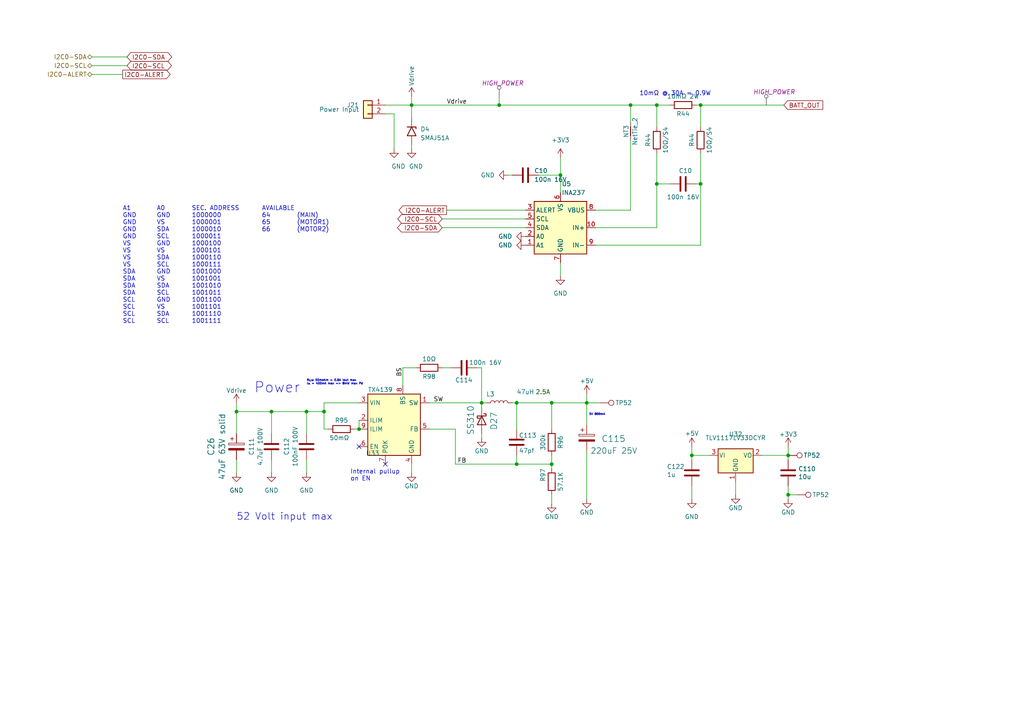
<source format=kicad_sch>
(kicad_sch (version 20230121) (generator eeschema)
  (paper "A4")
  (title_block (title "pNav32 Proto Board") (date "2023-11-21") (rev "1.0") (company "Mauro Soligo"))
  (lib_symbols
    (symbol "Connector:TestPoint" (pin_numbers hide) (pin_names (offset 0.762) hide)
      (property "Reference" "TP" (at 0 6.858 0))
      (property "Value" "TestPoint" (at 0 5.08 0))
      (symbol "TestPoint_0_1"
        (circle (center 0 3.302) (radius 0.762))
      )
      (symbol "TestPoint_1_1"
        (pin passive line (at 0 0 90) (length 2.54) (name "1") (number "1"))
      )
    )
    (symbol "Connector_Generic:Conn_01x02" (pin_names (offset 1.016) hide)
      (property "Reference" "J" (at 0 2.54 0))
      (property "Value" "Conn_01x02" (at 0 -5.08 0))
      (symbol "Conn_01x02_1_1"
        (rectangle (start -1.27 -2.413) (end 0 -2.667) (stroke (width 0.1524)))
        (rectangle (start -1.27 0.127) (end 0 -0.127) (stroke (width 0.1524)))
        (rectangle (start -1.27 1.27) (end 1.27 -3.81) (stroke (width 0.254)) (fill (type background)))
        (pin passive line (at -5.08 0 0) (length 3.81) (name "Pin_1") (number "1"))
        (pin passive line (at -5.08 -2.54 0) (length 3.81) (name "Pin_2") (number "2"))
      )
    )
    (symbol "Device:C" (pin_numbers hide) (pin_names (offset 0.254))
      (property "Reference" "C" (at 0.635 2.54 0))
      (property "Value" "C" (at 0.635 -2.54 0))
      (symbol "C_0_1"
        (polyline (pts (xy -2.032 -0.762) (xy 2.032 -0.762)) (stroke (width 0.508)))
        (polyline (pts (xy -2.032 0.762) (xy 2.032 0.762)) (stroke (width 0.508)))
      )
      (symbol "C_1_1"
        (pin passive line (at 0 3.81 270) (length 2.794) (name "~") (number "1"))
        (pin passive line (at 0 -3.81 90) (length 2.794) (name "~") (number "2"))
      )
    )
    (symbol "Device:C_Polarized" (pin_numbers hide) (pin_names (offset 0.254))
      (property "Reference" "C" (at 0.635 2.54 0))
      (property "Value" "C_Polarized" (at 0.635 -2.54 0))
      (symbol "C_Polarized_0_1"
        (rectangle (start -2.286 0.508) (end 2.286 1.016))
        (polyline (pts (xy -1.778 2.286) (xy -0.762 2.286)))
        (polyline (pts (xy -1.27 2.794) (xy -1.27 1.778)))
        (rectangle (start 2.286 -0.508) (end -2.286 -1.016) (fill (type outline)))
      )
      (symbol "C_Polarized_1_1"
        (pin passive line (at 0 3.81 270) (length 2.794) (name "~") (number "1"))
        (pin passive line (at 0 -3.81 90) (length 2.794) (name "~") (number "2"))
      )
    )
    (symbol "Device:L" (pin_numbers hide) (pin_names (offset 1.016) hide)
      (property "Reference" "L" (at -1.27 0 90))
      (property "Value" "L" (at 1.905 0 90))
      (symbol "L_0_1"
        (arc (start 0 -2.54) (mid 0.6323 -1.905) (end 0 -1.27))
        (arc (start 0 -1.27) (mid 0.6323 -0.635) (end 0 0))
        (arc (start 0 0) (mid 0.6323 0.635) (end 0 1.27))
        (arc (start 0 1.27) (mid 0.6323 1.905) (end 0 2.54))
      )
      (symbol "L_1_1"
        (pin passive line (at 0 3.81 270) (length 1.27) (name "1") (number "1"))
        (pin passive line (at 0 -3.81 90) (length 1.27) (name "2") (number "2"))
      )
    )
    (symbol "Device:NetTie_2" (pin_numbers hide) (pin_names (offset 0) hide) (in_bom no)
      (property "Reference" "NT" (at 0 1.27 0))
      (property "Value" "NetTie_2" (at 0 -1.27 0))
      (symbol "NetTie_2_0_1"
        (polyline (pts (xy -1.27 0) (xy 1.27 0)) (stroke (width 0.254)))
      )
      (symbol "NetTie_2_1_1"
        (pin passive line (at -2.54 0 0) (length 2.54) (name "1") (number "1"))
        (pin passive line (at 2.54 0 180) (length 2.54) (name "2") (number "2"))
      )
    )
    (symbol "Device:R" (pin_numbers hide) (pin_names (offset 0))
      (property "Reference" "R" (at 2.032 0 90))
      (property "Value" "R" (at 0 0 90))
      (symbol "R_0_1"
        (rectangle (start -1.016 -2.54) (end 1.016 2.54) (stroke (width 0.254)))
      )
      (symbol "R_1_1"
        (pin passive line (at 0 3.81 270) (length 1.27) (name "~") (number "1"))
        (pin passive line (at 0 -3.81 90) (length 1.27) (name "~") (number "2"))
      )
    )
    (symbol "Diode:MBR340" (pin_numbers hide) (pin_names (offset 1.016) hide)
      (property "Reference" "D" (at 0 2.54 0))
      (property "Value" "MBR340" (at 0 -2.54 0))
      (symbol "MBR340_0_1"
        (polyline (pts (xy 1.27 0) (xy -1.27 0)))
        (polyline (pts (xy 1.27 1.27) (xy 1.27 -1.27) (xy -1.27 0) (xy 1.27 1.27)) (stroke (width 0.254)))
        (polyline (pts (xy -1.905 0.635) (xy -1.905 1.27) (xy -1.27 1.27) (xy -1.27 -1.27) (xy -0.635 -1.27) (xy -0.635 -0.635)) (stroke (width 0.254)))
      )
      (symbol "MBR340_1_1"
        (pin passive line (at -3.81 0 0) (length 2.54) (name "K") (number "1"))
        (pin passive line (at 3.81 0 180) (length 2.54) (name "A") (number "2"))
      )
    )
    (symbol "Diode:SMF54A" (pin_numbers hide) (pin_names (offset 1.016) hide)
      (property "Reference" "D" (at 0 2.54 0))
      (property "Value" "SMF54A" (at 0 -2.54 0))
      (symbol "SMF54A_0_1"
        (polyline (pts (xy -0.762 1.27) (xy -1.27 1.27) (xy -1.27 -1.27)) (stroke (width 0.254)))
        (polyline (pts (xy 1.27 1.27) (xy 1.27 -1.27) (xy -1.27 0) (xy 1.27 1.27)) (stroke (width 0.254)))
      )
      (symbol "SMF54A_1_1"
        (pin passive line (at -3.81 0 0) (length 2.54) (name "A1") (number "1"))
        (pin passive line (at 3.81 0 180) (length 2.54) (name "A2") (number "2"))
      )
    )
    (symbol "PCM_4ms_Power-symbol:GND" (power) (pin_names (offset 0))
      (property "Value" "GND" (at 0 -3.81 0))
      (symbol "GND_0_1"
        (polyline (pts (xy 0 0) (xy 0 -1.27) (xy 1.27 -1.27) (xy 0 -2.54) (xy -1.27 -1.27) (xy 0 -1.27)))
      )
      (symbol "GND_1_1"
        (pin power_in line (at 0 0 270) (length 0) hide (name "GND") (number "1"))
      )
    )
    (symbol "katodo_kicad:INA237"
      (property "Reference" "U" (at -6.35 8.89 0))
      (property "Value" "INA237" (at 2.54 8.89 0))
      (symbol "INA237_0_1"
        (rectangle (start -7.62 7.62) (end 7.62 -7.62) (stroke (width 0.254)) (fill (type background)))
      )
      (symbol "INA237_1_1"
        (pin input line (at 10.16 -5.08 180) (length 2.54) (name "A1") (number "1"))
        (pin passive line (at -10.16 0 0) (length 2.54) (name "IN+") (number "10"))
        (pin input line (at 10.16 -2.54 180) (length 2.54) (name "A0") (number "2"))
        (pin open_collector line (at 10.16 5.08 180) (length 2.54) (name "ALERT") (number "3"))
        (pin bidirectional line (at 10.16 0 180) (length 2.54) (name "SDA") (number "4"))
        (pin input line (at 10.16 2.54 180) (length 2.54) (name "SCL") (number "5"))
        (pin passive line (at 0 10.16 270) (length 2.54) (name "VS") (number "6"))
        (pin passive line (at 0 -10.16 90) (length 2.54) (name "GND") (number "7"))
        (pin passive line (at -10.16 5.08 0) (length 2.54) (name "VBUS") (number "8"))
        (pin passive line (at -10.16 -5.08 0) (length 2.54) (name "IN-") (number "9"))
      )
    )
    (symbol "katodo_kicad:NCP1117-3.3_SOT223" (pin_names (offset 0.254))
      (property "Reference" "U8" (at 0 6.1468 0))
      (property "Value" "TLV1117LV33DCYR" (at 0 2.54 0))
      (symbol "NCP1117-3.3_SOT223_0_1"
        (rectangle (start -5.08 -5.08) (end 5.08 1.905) (stroke (width 0.254)) (fill (type background)))
      )
      (symbol "NCP1117-3.3_SOT223_1_1"
        (pin passive line (at 0 -7.62 90) (length 2.54) (name "GND") (number "1"))
        (pin passive line (at 7.62 0 180) (length 2.54) (name "VO") (number "2"))
        (pin passive line (at -7.62 0 0) (length 2.54) (name "VI") (number "3"))
      )
    )
    (symbol "katodo_kicad:TX4139"
      (property "Reference" "U10" (at -8.2041 -6.985 0))
      (property "Value" "TX4139" (at -7.62 11.43 0))
      (symbol "TX4139_0_1"
        (rectangle (start -7.62 10.16) (end 7.62 -7.62) (stroke (width 0.254)) (fill (type background)))
      )
      (symbol "TX4139_1_1"
        (pin power_out line (at 10.16 7.62 180) (length 2.54) (name "SW") (number "1"))
        (pin input line (at -10.16 2.54 0) (length 2.54) (name "ILIM") (number "2"))
        (pin passive line (at -10.16 7.62 0) (length 2.54) (name "VIN") (number "3"))
        (pin passive line (at 5.08 -10.16 90) (length 2.54) (name "GND") (number "4"))
        (pin input line (at 10.16 0 180) (length 2.54) (name "FB") (number "5"))
        (pin passive line (at -10.16 -5.08 0) (length 2.54) (name "EN") (number "6"))
        (pin output line (at -2.54 -10.16 90) (length 2.54) (name "POK") (number "7"))
        (pin passive line (at 2.54 12.7 270) (length 2.54) (name "BS") (number "8"))
        (pin input line (at -10.16 0 0) (length 2.54) (name "ILIM") (number "9"))
      )
    )
    (symbol "power:+3V3" (power) (pin_names (offset 0))
      (property "Value" "+3V3" (at 0 3.556 0))
      (symbol "+3V3_0_1"
        (polyline (pts (xy -0.762 1.27) (xy 0 2.54)))
        (polyline (pts (xy 0 0) (xy 0 2.54)))
        (polyline (pts (xy 0 2.54) (xy 0.762 1.27)))
      )
      (symbol "+3V3_1_1"
        (pin power_in line (at 0 0 90) (length 0) hide (name "+3V3") (number "1"))
      )
    )
    (symbol "power:+5V" (power) (pin_names (offset 0))
      (property "Value" "+5V" (at 0 3.556 0))
      (symbol "+5V_0_1"
        (polyline (pts (xy -0.762 1.27) (xy 0 2.54)))
        (polyline (pts (xy 0 0) (xy 0 2.54)))
        (polyline (pts (xy 0 2.54) (xy 0.762 1.27)))
      )
      (symbol "+5V_1_1"
        (pin power_in line (at 0 0 90) (length 0) hide (name "+5V") (number "1"))
      )
    )
    (symbol "power:GND" (power) (pin_names (offset 0))
      (property "Value" "GND" (at 0 -3.81 0))
      (symbol "GND_0_1"
        (polyline (pts (xy 0 0) (xy 0 -1.27) (xy 1.27 -1.27) (xy 0 -2.54) (xy -1.27 -1.27) (xy 0 -1.27)))
      )
      (symbol "GND_1_1"
        (pin power_in line (at 0 0 270) (length 0) hide (name "GND") (number "1"))
      )
    )
    (symbol "power:Vdrive" (power) (pin_names (offset 0))
      (property "Value" "Vdrive" (at 0 3.81 0))
      (symbol "Vdrive_0_1"
        (polyline (pts (xy -0.762 1.27) (xy 0 2.54)))
        (polyline (pts (xy 0 0) (xy 0 2.54)))
        (polyline (pts (xy 0 2.54) (xy 0.762 1.27)))
      )
      (symbol "Vdrive_1_1"
        (pin power_in line (at 0 0 90) (length 0) hide (name "Vdrive") (number "1"))
      )
    )
  )
  (junction (at 119.38 30.48))
  (junction (at 149.86 134.62))
  (junction (at 139.7 116.84))
  (junction (at 88.9 119.38))
  (junction (at 104.14 124.46))
  (junction (at 160.02 134.62))
  (junction (at 162.56 50.8))
  (junction (at 78.74 119.38))
  (junction (at 228.6 132.08))
  (junction (at 203.2 30.48))
  (junction (at 68.58 119.38))
  (junction (at 190.5 30.48))
  (junction (at 170.18 116.84))
  (junction (at 203.2 53.34))
  (junction (at 149.86 116.84))
  (junction (at 190.5 53.34))
  (junction (at 144.78 30.48))
  (junction (at 93.98 119.38))
  (junction (at 182.88 30.48))
  (junction (at 160.02 116.84))
  (junction (at 228.6 143.51))
  (junction (at 200.66 132.08))
  (no_connect (at 111.76 134.62))
  (no_connect (at 104.14 129.54))
  (wire (pts (xy 228.6 143.51) (xy 228.6 140.97)))
  (wire (pts (xy 203.2 71.12) (xy 172.72 71.12)))
  (wire (pts (xy 140.97 116.84) (xy 139.7 116.84)))
  (wire (pts (xy 78.74 119.38) (xy 88.9 119.38)))
  (wire (pts (xy 149.86 132.08) (xy 149.86 134.62)))
  (wire (pts (xy 200.66 133.35) (xy 200.66 132.08)))
  (wire (pts (xy 160.02 116.84) (xy 160.02 124.46)))
  (wire (pts (xy 203.2 30.48) (xy 203.2 36.83)))
  (wire (pts (xy 93.98 116.84) (xy 93.98 119.38)))
  (wire (pts (xy 119.38 30.48) (xy 144.78 30.48)))
  (wire (pts (xy 182.88 40.64) (xy 182.88 60.96)))
  (wire (pts (xy 182.88 60.96) (xy 172.72 60.96)))
  (wire (pts (xy 190.5 30.48) (xy 190.5 36.83)))
  (wire (pts (xy 129.54 60.96) (xy 152.4 60.96)))
  (wire (pts (xy 132.08 134.62) (xy 132.08 124.46)))
  (wire (pts (xy 114.3 33.02) (xy 114.3 43.18)))
  (wire (pts (xy 124.46 116.84) (xy 139.7 116.84)))
  (wire (pts (xy 203.2 53.34) (xy 201.93 53.34)))
  (wire (pts (xy 144.78 27.94) (xy 144.78 30.48)))
  (wire (pts (xy 190.5 53.34) (xy 194.31 53.34)))
  (wire (pts (xy 114.3 33.02) (xy 111.76 33.02)))
  (wire (pts (xy 119.38 134.62) (xy 119.38 137.16)))
  (wire (pts (xy 144.78 30.48) (xy 182.88 30.48)))
  (wire (pts (xy 162.56 80.01) (xy 162.56 76.2)))
  (wire (pts (xy 170.18 114.3) (xy 170.18 116.84)))
  (wire (pts (xy 156.21 50.8) (xy 162.56 50.8)))
  (wire (pts (xy 95.25 124.46) (xy 93.98 124.46)))
  (wire (pts (xy 93.98 116.84) (xy 104.14 116.84)))
  (wire (pts (xy 190.5 53.34) (xy 190.5 66.04)))
  (wire (pts (xy 119.38 30.48) (xy 119.38 34.29)))
  (wire (pts (xy 228.6 143.51) (xy 228.6 144.78)))
  (wire (pts (xy 88.9 119.38) (xy 88.9 125.73)))
  (wire (pts (xy 190.5 44.45) (xy 190.5 53.34)))
  (wire (pts (xy 203.2 53.34) (xy 203.2 71.12)))
  (wire (pts (xy 78.74 133.35) (xy 78.74 137.16)))
  (wire (pts (xy 162.56 50.8) (xy 162.56 55.88)))
  (wire (pts (xy 26.67 16.51) (xy 36.83 16.51)))
  (wire (pts (xy 201.93 30.48) (xy 203.2 30.48)))
  (wire (pts (xy 88.9 119.38) (xy 93.98 119.38)))
  (wire (pts (xy 203.2 30.48) (xy 227.33 30.48)))
  (wire (pts (xy 132.08 124.46) (xy 124.46 124.46)))
  (wire (pts (xy 200.66 132.08) (xy 200.66 129.54)))
  (wire (pts (xy 119.38 27.94) (xy 119.38 30.48)))
  (wire (pts (xy 182.88 30.48) (xy 190.5 30.48)))
  (wire (pts (xy 128.27 66.04) (xy 152.4 66.04)))
  (wire (pts (xy 170.18 116.84) (xy 170.18 123.19)))
  (wire (pts (xy 170.18 116.84) (xy 173.99 116.84)))
  (wire (pts (xy 203.2 44.45) (xy 203.2 53.34)))
  (wire (pts (xy 78.74 119.38) (xy 78.74 125.73)))
  (wire (pts (xy 160.02 132.08) (xy 160.02 134.62)))
  (wire (pts (xy 228.6 133.35) (xy 228.6 132.08)))
  (wire (pts (xy 139.7 127) (xy 139.7 125.73)))
  (wire (pts (xy 149.86 116.84) (xy 160.02 116.84)))
  (wire (pts (xy 116.84 106.68) (xy 120.65 106.68)))
  (wire (pts (xy 111.76 30.48) (xy 119.38 30.48)))
  (wire (pts (xy 68.58 137.16) (xy 68.58 133.35)))
  (wire (pts (xy 162.56 45.72) (xy 162.56 50.8)))
  (wire (pts (xy 119.38 43.18) (xy 119.38 41.91)))
  (wire (pts (xy 147.32 50.8) (xy 148.59 50.8)))
  (wire (pts (xy 149.86 116.84) (xy 149.86 124.46)))
  (wire (pts (xy 88.9 137.16) (xy 88.9 133.35)))
  (wire (pts (xy 68.58 119.38) (xy 68.58 125.73)))
  (wire (pts (xy 149.86 134.62) (xy 160.02 134.62)))
  (wire (pts (xy 220.98 132.08) (xy 228.6 132.08)))
  (wire (pts (xy 228.6 132.08) (xy 228.6 129.54)))
  (wire (pts (xy 160.02 143.51) (xy 160.02 146.05)))
  (wire (pts (xy 231.14 143.51) (xy 228.6 143.51)))
  (wire (pts (xy 182.88 30.48) (xy 182.88 35.56)))
  (wire (pts (xy 160.02 134.62) (xy 160.02 135.89)))
  (wire (pts (xy 128.27 106.68) (xy 130.81 106.68)))
  (wire (pts (xy 104.14 121.92) (xy 104.14 124.46)))
  (wire (pts (xy 170.18 130.81) (xy 170.18 144.78)))
  (wire (pts (xy 132.08 134.62) (xy 149.86 134.62)))
  (wire (pts (xy 200.66 132.08) (xy 205.74 132.08)))
  (wire (pts (xy 148.59 116.84) (xy 149.86 116.84)))
  (wire (pts (xy 26.67 21.59) (xy 35.56 21.59)))
  (wire (pts (xy 93.98 119.38) (xy 93.98 124.46)))
  (wire (pts (xy 128.27 63.5) (xy 152.4 63.5)))
  (wire (pts (xy 26.67 19.05) (xy 36.83 19.05)))
  (wire (pts (xy 194.31 30.48) (xy 190.5 30.48)))
  (wire (pts (xy 104.14 124.46) (xy 102.87 124.46)))
  (wire (pts (xy 139.7 116.84) (xy 139.7 118.11)))
  (wire (pts (xy 200.66 140.97) (xy 200.66 144.78)))
  (wire (pts (xy 139.7 106.68) (xy 138.43 106.68)))
  (wire (pts (xy 68.58 119.38) (xy 78.74 119.38)))
  (wire (pts (xy 213.36 139.7) (xy 213.36 143.51)))
  (wire (pts (xy 139.7 106.68) (xy 139.7 116.84)))
  (wire (pts (xy 68.58 116.84) (xy 68.58 119.38)))
  (wire (pts (xy 190.5 66.04) (xy 172.72 66.04)))
  (wire (pts (xy 116.84 106.68) (xy 116.84 111.76)))
  (wire (pts (xy 160.02 116.84) (xy 170.18 116.84)))
  (text "10mΩ @ 30A = 0.9W" (at 185.42 27.94 0) (effects (font (size 1.27 1.27)) (justify left bottom)))
  (text "Power" (at 73.66 114.3 0) (effects (font (size 3 3)) (justify left bottom)))
  (text "Internal pullup\non EN" (at 101.6 139.7 0) (effects (font (size 1.27 1.27)) (justify left bottom)))
  (text "5V 800mA" (at 170.815 120.65 0) (effects (font (size 0.6 0.6)) (justify left bottom)))
  (text "R_{ILIM} 50mohm = 0.8A Iout max\nI_{In} = 400mA max => 8mW max Pd" (at 88.9 111.76 0) (effects (font (size 0.6 0.6)) (justify left bottom)))
  (text "52 Volt input max" (at 68.58 151.13 0) (effects (font (size 2 2)) (justify left bottom)))
  (text "A1		A0		SEC. ADDRESS	AVAILABLE\nGND		GND		1000000			64		(MAIN)\nGND		VS		1000001			65		(MOTOR1)\nGND		SDA		1000010			66		(MOTOR2)	\nGND		SCL		1000011\nVS		GND		1000100\nVS		VS		1000101\nVS		SDA		1000110\nVS		SCL		1000111\nSDA		GND		1001000\nSDA		VS		1001001	\nSDA		SDA		1001010\nSDA		SCL		1001011\nSCL		GND		1001100\nSCL		VS		1001101\nSCL		SDA		1001110\nSCL		SCL		1001111" (at 35.56 93.98 0) (effects (font (size 1.27 1.27)) (justify left bottom)))
  (label "FB" (at 132.715 134.62 0))
  (label "SW" (at 125.73 116.84 0))
  (label "Vdrive" (at 129.54 30.48 0))
  (label "BS" (at 116.84 109.22 90))
  (global_label "I2C0-ALERT" (shape output) (at 129.54 60.96 180) (property "Intersheetrefs" "${INTERSHEET_REFS}" (effects hide)))
  (global_label "I2C0-SDA" (shape bidirectional) (at 36.83 16.51 0) (property "Intersheetrefs" "${INTERSHEET_REFS}" (effects hide)))
  (global_label "I2C0-SDA" (shape bidirectional) (at 128.27 66.04 180) (property "Intersheetrefs" "${INTERSHEET_REFS}" (effects hide)))
  (global_label "I2C0-SCL" (shape bidirectional) (at 128.27 63.5 180) (property "Intersheetrefs" "${INTERSHEET_REFS}" (effects hide)))
  (global_label "I2C0-SCL" (shape bidirectional) (at 36.83 19.05 0) (property "Intersheetrefs" "${INTERSHEET_REFS}" (effects hide)))
  (global_label "I2C0-ALERT" (shape output) (at 35.56 21.59 0) (property "Intersheetrefs" "${INTERSHEET_REFS}" (effects hide)))
  (global_label "BATT_OUT" (shape input) (at 227.33 30.48 0) (property "Intersheetrefs" "${INTERSHEET_REFS}" (effects hide)))
  (hierarchical_label "I2C0-ALERT" (shape bidirectional) (at 26.67 21.59 180))
  (hierarchical_label "I2C0-SCL" (shape bidirectional) (at 26.67 19.05 180))
  (hierarchical_label "I2C0-SDA" (shape bidirectional) (at 26.67 16.51 180))
  (netclass_flag "" (length 2.54) (shape round) (at 144.78 27.94 0) (property "Netclass" "HIGH_POWER" (at 139.7 24.13 0) (effects (font italic) (justify left))))
  (netclass_flag "" (length 2.54) (shape round) (at 222.25 30.48 0) (property "Netclass" "HIGH_POWER" (at 218.44 26.67 0) (effects (font italic) (justify left))))
  (symbol (lib_id "power:GND") (at 170.18 144.78 0) (unit 1)
    (property "Reference" "#PWR0224" (effects hide))
    (property "Value" "GND" (at 170.18 148.59 0))
    (instances (project "RP2040_motor" (path "" (reference "#PWR0224") (unit 1))) (project "power_and_cpu" (path "" (reference "#PWR050") (unit 1))) (project "RobotMotorController" (path "" (reference "#PWR0295") (unit 1)) (path "" (reference "#PWR0133") (unit 1))))
  )
  (symbol (lib_id "Device:C") (at 134.62 106.68 270) (unit 1)
    (property "Reference" "C114" (at 131.9784 110.236 90) (effects (justify left)))
    (property "Value" "100n 16V" (at 136.017 105.156 90) (effects (justify left)))
    (property "Footprint" "Capacitor_SMD:C_0402_1005Metric" (effects hide))
    (property "LCSC" "C60474" (effects hide))
    (property "Description" "16V 100nF X7R ±10% 0402 Multilayer Ceramic Capacitors MLCC - SMD/SMT ROHS" (effects hide))
    (property "MFR" "CC0402KRX7R7BB104" (effects hide))
    (instances (project "RP2040_motor" (path "" (reference "C114") (unit 1))) (project "power_and_cpu" (path "" (reference "C56") (unit 1))) (project "RobotMotorController" (path "" (reference "C78") (unit 1)) (path "" (reference "C33") (unit 1))))
  )
  (symbol (lib_id "Connector:TestPoint") (at 228.6 132.08 270) (unit 1)
    (property "Reference" "TP52" (at 233.045 132.08 90) (effects (justify left)))
    (property "Value" "TestPoint" (effects hide))
    (property "Footprint" "TestPoint:TestPoint_Pad_D2.0mm" (effects hide))
    (instances (project "RP2040_motor" (path "" (reference "TP52") (unit 1))) (project "power_and_cpu" (path "" (reference "TP52") (unit 1))) (project "RobotMotorController" (path "" (reference "TP58") (unit 1)) (path "" (reference "TP4") (unit 1))))
  )
  (symbol (lib_id "Device:C") (at 152.4 50.8 270) (unit 1)
    (property "Reference" "C10" (at 154.94 49.53 90) (effects (justify left)))
    (property "Value" "100n 16V" (at 154.94 52.07 90) (effects (justify left)))
    (property "Footprint" "Capacitor_SMD:C_0402_1005Metric" (effects hide))
    (property "LCSC" "C60474" (effects hide))
    (property "Description" "16V 100nF X7R ±10% 0402 Multilayer Ceramic Capacitors MLCC - SMD/SMT ROHS" (effects hide))
    (property "MFR" "CC0402KRX7R7BB104" (effects hide))
    (instances (project "RobotMotorController" (path "" (reference "C10") (unit 1)) (path "" (reference "C18") (unit 1)) (path "" (reference "C3") (unit 1))))
  )
  (symbol (lib_id "Device:L") (at 144.78 116.84 90) (unit 1)
    (property "Reference" "L3" (at 142.24 114.3 90))
    (property "Value" "47uH" (at 152.4 113.665 90))
    (property "Footprint" "Inductor_SMD:L_Chilisin_BMRB00060612" (effects hide))
    (property "LCSC" "C5189962" (effects hide))
    (property "Current" "2.5A" (at 157.48 113.665 90))
    (instances (project "RP2040_motor" (path "" (reference "L3") (unit 1))) (project "power_and_cpu" (path "" (reference "L1") (unit 1))) (project "RobotMotorController" (path "" (reference "L1") (unit 1)) (path "" (reference "L1") (unit 1))))
  )
  (symbol (lib_id "power:GND") (at 213.36 143.51 0) (unit 1)
    (property "Reference" "#PWR0217" (effects hide))
    (property "Value" "GND" (at 213.36 147.32 0))
    (instances (project "RP2040_motor" (path "" (reference "#PWR0217") (unit 1))) (project "power_and_cpu" (path "" (reference "#PWR062") (unit 1))) (project "RobotMotorController" (path "" (reference "#PWR0257") (unit 1)) (path "" (reference "#PWR0135") (unit 1))))
  )
  (symbol (lib_id "power:+3V3") (at 162.56 45.72 0) (unit 1)
    (property "Reference" "#PWR034" (effects hide))
    (property "Value" "+3V3" (at 162.56 40.64 0))
    (instances (project "RobotMotorController" (path "" (reference "#PWR034") (unit 1)) (path "" (reference "#PWR042") (unit 1))))
  )
  (symbol (lib_id "power:GND") (at 139.7 127 0) (unit 1)
    (property "Reference" "#PWR0223" (effects hide))
    (property "Value" "GND" (at 139.7 130.81 0))
    (instances (project "RP2040_motor" (path "" (reference "#PWR0223") (unit 1))) (project "power_and_cpu" (path "" (reference "#PWR050") (unit 1))) (project "RobotMotorController" (path "" (reference "#PWR0282") (unit 1)) (path "" (reference "#PWR0138") (unit 1))))
  )
  (symbol (lib_id "Device:R") (at 160.02 128.27 180) (unit 1)
    (property "Reference" "R96" (at 162.56 128.27 90))
    (property "Value" "300k" (at 157.48 128.27 90))
    (property "Footprint" "Resistor_SMD:R_0603_1608Metric" (effects hide))
    (property "LCSC" "C335091" (effects hide))
    (instances (project "RP2040_motor" (path "" (reference "R96") (unit 1))) (project "power_and_cpu" (path "" (reference "R96") (unit 1))) (project "RobotMotorController" (path "" (reference "R84") (unit 1)) (path "" (reference "R48") (unit 1))))
  )
  (symbol (lib_id "Device:C_Polarized") (at 170.18 127 0) (unit 1)
    (property "Reference" "C115" (at 174.371 128.27 0) (effects (font (size 1.778 1.778)) (justify left bottom)))
    (property "Value" "220uF 25V" (at 171.196 129.794 0) (effects (font (size 1.651 1.651)) (justify left top)))
    (property "Footprint" "Capacitor_SMD:CP_Elec_6.3x7.7" (effects hide))
    (property "LCSC" "C340768" (effects hide))
    (instances (project "RP2040_motor" (path "" (reference "C115") (unit 1))) (project "power_and_cpu" (path "" (reference "C24") (unit 1))) (project "RobotMotorController" (path "" (reference "C85") (unit 1)) (path "" (reference "C42") (unit 1))))
  )
  (symbol (lib_id "power:+5V") (at 200.66 129.54 0) (unit 1)
    (property "Reference" "#PWR034" (effects hide))
    (property "Value" "+5V" (at 200.66 125.73 0))
    (instances (project "RP2040_motor" (path "" (reference "#PWR034") (unit 1))) (project "power_and_cpu" (path "" (reference "#PWR034") (unit 1))) (project "RobotMotorController" (path "" (reference "#PWR0253") (unit 1)) (path "" (reference "#PWR063") (unit 1))))
  )
  (symbol (lib_id "power:+5V") (at 170.18 114.3 0) (unit 1)
    (property "Reference" "#PWR034" (effects hide))
    (property "Value" "+5V" (at 170.18 110.49 0))
    (instances (project "RP2040_motor" (path "" (reference "#PWR034") (unit 1))) (project "power_and_cpu" (path "" (reference "#PWR034") (unit 1))) (project "RobotMotorController" (path "" (reference "#PWR0253") (unit 1)) (path "" (reference "#PWR01") (unit 1))))
  )
  (symbol (lib_id "Device:C") (at 88.9 129.54 0) (unit 1)
    (property "Reference" "C112" (at 83.82 129.54 90) (effects (justify bottom)))
    (property "Value" "100nF 100V" (at 86.36 129.54 90) (effects (justify bottom)))
    (property "Footprint" "Capacitor_SMD:C_0805_2012Metric" (effects hide))
    (property "LCSC" "C28233" (effects hide))
    (instances (project "RP2040_motor" (path "" (reference "C112") (unit 1))) (project "power_and_cpu" (path "" (reference "C74") (unit 1))) (project "RobotMotorController" (path "" (reference "C75") (unit 1)) (path "" (reference "C26") (unit 1))))
  )
  (symbol (lib_id "Device:C") (at 149.86 128.27 0) (unit 1)
    (property "Reference" "C113" (at 150.495 127 0) (effects (justify left bottom)))
    (property "Value" "47pf" (at 150.495 131.445 0) (effects (justify left bottom)))
    (property "Footprint" "Capacitor_SMD:C_0603_1608Metric" (effects hide))
    (property "LCSC" "C1671" (effects hide))
    (instances (project "RP2040_motor" (path "" (reference "C113") (unit 1))) (project "power_and_cpu" (path "" (reference "C73") (unit 1))) (project "RobotMotorController" (path "" (reference "C81") (unit 1)) (path "" (reference "C36") (unit 1))))
  )
  (symbol (lib_id "power:Vdrive") (at 119.38 27.94 0) (mirror y) (unit 1)
    (property "Reference" "#PWR049" (effects hide))
    (property "Value" "Vdrive" (at 119.38 19.05 90) (effects (justify right)))
  )
  (symbol (lib_id "power:GND") (at 147.32 50.8 270) (unit 1)
    (property "Reference" "#PWR033" (effects hide))
    (property "Value" "GND" (at 143.51 50.8 90) (effects (justify right)))
    (instances (project "RobotMotorController" (path "" (reference "#PWR033") (unit 1)) (path "" (reference "#PWR041") (unit 1))))
  )
  (symbol (lib_id "Diode:MBR340") (at 139.7 121.92 270) (unit 1)
    (property "Reference" "D27" (at 142.24 119.38 0) (effects (font (size 1.778 1.778)) (justify left bottom)))
    (property "Value" "SS310" (at 135.4836 117.475 0) (effects (font (size 1.778 1.778)) (justify left bottom)))
    (property "Footprint" "Diode_SMD:D_SMA" (effects hide))
    (property "Datasheet" "https://datasheet.lcsc.com/lcsc/2303141100_MDD-Microdiode-Electronics--SS310_C15874.pdf" (effects hide))
    (property "LCSC" "C15874" (effects hide))
    (instances (project "RP2040_motor" (path "" (reference "D27") (unit 1))) (project "power_and_cpu" (path "" (reference "D32") (unit 1))) (project "RobotMotorController" (path "" (reference "D27") (unit 1)) (path "" (reference "D16") (unit 1))))
  )
  (symbol (lib_id "PCM_4ms_Power-symbol:GND") (at 68.58 137.16 0) (unit 1)
    (property "Reference" "#PWR019" (effects hide))
    (property "Value" "GND" (at 68.58 142.24 0))
  )
  (symbol (lib_id "katodo_kicad:INA237") (at 162.56 66.04 0) (mirror y) (unit 1)
    (property "Reference" "U5" (at 162.9059 53.34 0) (effects (justify right)))
    (property "Value" "INA237" (at 162.9059 55.88 0) (effects (justify right)))
    (property "Footprint" "Package_SO:VSSOP-10_3x3mm_P0.5mm" (effects hide))
    (property "Datasheet" "https://www.ti.com/lit/ds/symlink/ina237-q1.pdf" (effects hide))
    (property "LCSC" "C2864837" (effects hide))
    (property "MFR" "INA237AIDGSR" (effects hide))
    (instances (project "RobotMotorController" (path "" (reference "U5") (unit 1)) (path "" (reference "U2") (unit 1))))
  )
  (symbol (lib_id "Device:C_Polarized") (at 68.58 129.54 0) (unit 1)
    (property "Reference" "C26" (at 62.23 129.54 90) (effects (font (size 1.778 1.778)) (justify bottom)))
    (property "Value" "47uF 63V solid" (at 63.5 129.54 90) (effects (font (size 1.651 1.651)) (justify top)))
    (property "Footprint" "Capacitor_THT:CP_Radial_D8.0mm_P3.50mm" (effects hide))
    (property "LCSC" "C2887234" (effects hide))
    (instances (project "RP2040_motor" (path "" (reference "C26") (unit 1)) (path "" (reference "C120") (unit 1))) (project "power_and_cpu" (path "" (reference "C26") (unit 1))) (project "RobotMotorController" (path "" (reference "C73") (unit 1)) (path "" (reference "C20") (unit 1))))
  )
  (symbol (lib_id "power:GND") (at 200.66 144.78 0) (unit 1)
    (property "Reference" "#PWR012" (effects hide))
    (property "Value" "GND" (at 200.66 149.86 0))
  )
  (symbol (lib_id "power:GND") (at 160.02 146.05 0) (unit 1)
    (property "Reference" "#PWR0250" (effects hide))
    (property "Value" "GND" (at 160.02 149.86 0))
    (instances (project "RP2040_motor" (path "" (reference "#PWR0250") (unit 1))) (project "power_and_cpu" (path "" (reference "#PWR050") (unit 1))) (project "RobotMotorController" (path "" (reference "#PWR0289") (unit 1)) (path "" (reference "#PWR0132") (unit 1))))
  )
  (symbol (lib_id "power:GND") (at 228.6 144.78 0) (unit 1)
    (property "Reference" "#PWR0219" (effects hide))
    (property "Value" "GND" (at 228.6 148.59 0))
    (instances (project "RP2040_motor" (path "" (reference "#PWR0219") (unit 1))) (project "power_and_cpu" (path "" (reference "#PWR067") (unit 1))) (project "RobotMotorController" (path "" (reference "#PWR0270") (unit 1)) (path "" (reference "#PWR0134") (unit 1))))
  )
  (symbol (lib_id "Connector:TestPoint") (at 231.14 143.51 270) (unit 1)
    (property "Reference" "TP52" (at 235.585 143.51 90) (effects (justify left)))
    (property "Value" "TestPoint" (effects hide))
    (property "Footprint" "TestPoint:TestPoint_Pad_D2.0mm" (effects hide))
    (instances (project "RP2040_motor" (path "" (reference "TP52") (unit 1))) (project "power_and_cpu" (path "" (reference "TP52") (unit 1))) (project "RobotMotorController" (path "" (reference "TP58") (unit 1)) (path "" (reference "TP15") (unit 1))))
  )
  (symbol (lib_id "Device:NetTie_2") (at 182.88 38.1 90) (unit 1) (in_bom no)
    (property "Reference" "NT3" (at 181.61 38.1 0))
    (property "Value" "NetTie_2" (at 184.15 38.1 0))
    (property "Footprint" "NetTie:NetTie-2_SMD_Pad0.5mm" (effects hide))
  )
  (symbol (lib_id "Device:C") (at 200.66 137.16 0) (unit 1)
    (property "Reference" "C122" (at 193.421 135.3566 0) (effects (justify left)))
    (property "Value" "1u" (at 193.421 137.668 0) (effects (justify left)))
    (property "Footprint" "Capacitor_SMD:C_0603_1608Metric" (effects hide))
    (property "LCSC" "C15849" (effects hide))
    (instances (project "RP2040_motor" (path "" (reference "C122") (unit 1))) (project "power_and_cpu" (path "" (reference "C32") (unit 1))) (project "RobotMotorController" (path "" (reference "C72") (unit 1)) (path "" (reference "C19") (unit 1))))
  )
  (symbol (lib_id "Connector_Generic:Conn_01x02") (at 106.68 30.48 0) (mirror y) (unit 1) (in_bom no)
    (property "Reference" "J21" (at 104.14 30.48 0) (effects (justify left)))
    (property "Value" "Power Input" (at 104.14 31.75 0) (effects (justify left)))
    (property "Footprint" "Connector_AMASS:AMASS_XT60-F_1x02_P7.20mm_Vertical" (effects hide))
    (instances (project "RP2040_motor" (path "" (reference "J21") (unit 1))) (project "power_and_cpu" (path "" (reference "J21") (unit 1))) (project "RobotMotorController" (path "" (reference "J27") (unit 1)) (path "" (reference "J1") (unit 1))))
  )
  (symbol (lib_id "power:GND") (at 152.4 71.12 270) (unit 1)
    (property "Reference" "#PWR035" (effects hide))
    (property "Value" "GND" (at 148.59 71.12 90) (effects (justify right)))
    (instances (project "RobotMotorController" (path "" (reference "#PWR035") (unit 1)) (path "" (reference "#PWR027") (unit 1))))
  )
  (symbol (lib_id "power:GND") (at 114.3 43.18 0) (mirror y) (unit 1)
    (property "Reference" "#PWR072" (effects hide))
    (property "Value" "GND" (at 115.57 48.26 0))
    (instances (project "RP2040_motor" (path "" (reference "#PWR072") (unit 1))) (project "power_and_cpu" (path "" (reference "#PWR072") (unit 1))) (project "RobotMotorController" (path "" (reference "#PWR0268") (unit 1)) (path "" (reference "#PWR0136") (unit 1))))
  )
  (symbol (lib_id "Device:C") (at 228.6 137.16 0) (unit 1)
    (property "Reference" "C110" (at 231.521 135.9916 0) (effects (justify left)))
    (property "Value" "10u" (at 231.521 138.303 0) (effects (justify left)))
    (property "Footprint" "Capacitor_SMD:C_0805_2012Metric" (effects hide))
    (property "LCSC" "C15850" (effects hide))
    (instances (project "RP2040_motor" (path "" (reference "C110") (unit 1))) (project "power_and_cpu" (path "" (reference "C23") (unit 1))) (project "RobotMotorController" (path "" (reference "C76") (unit 1)) (path "" (reference "C29") (unit 1))))
  )
  (symbol (lib_id "Device:C") (at 198.12 53.34 270) (unit 1)
    (property "Reference" "C10" (at 196.85 49.53 90) (effects (justify left)))
    (property "Value" "100n 16V" (at 198.12 57.15 90))
    (property "Footprint" "Capacitor_SMD:C_0402_1005Metric" (effects hide))
    (property "LCSC" "C60474" (effects hide))
    (property "Description" "16V 100nF X7R ±10% 0402 Multilayer Ceramic Capacitors MLCC - SMD/SMT ROHS" (effects hide))
    (property "MFR" "CC0402KRX7R7BB104" (effects hide))
    (instances (project "RobotMotorController" (path "" (reference "C10") (unit 1)) (path "" (reference "C18") (unit 1)) (path "" (reference "C4") (unit 1))))
  )
  (symbol (lib_id "Device:R") (at 160.02 139.7 180) (unit 1)
    (property "Reference" "R97" (at 157.48 137.795 90))
    (property "Value" "57.1K" (at 162.56 139.7 90))
    (property "Footprint" "Resistor_SMD:R_0603_1608Metric" (effects hide))
    (property "LCSC" "C705916" (effects hide))
    (instances (project "RP2040_motor" (path "" (reference "R97") (unit 1))) (project "power_and_cpu" (path "" (reference "R97") (unit 1))) (project "RobotMotorController" (path "" (reference "R85") (unit 1)) (path "" (reference "R49") (unit 1))))
  )
  (symbol (lib_id "PCM_4ms_Power-symbol:GND") (at 88.9 137.16 0) (unit 1)
    (property "Reference" "#PWR015" (effects hide))
    (property "Value" "GND" (at 88.9 142.24 0))
  )
  (symbol (lib_id "PCM_4ms_Power-symbol:GND") (at 78.74 137.16 0) (unit 1)
    (property "Reference" "#PWR017" (effects hide))
    (property "Value" "GND" (at 78.74 142.24 0))
  )
  (symbol (lib_id "Device:R") (at 124.46 106.68 90) (unit 1)
    (property "Reference" "R98" (at 124.46 109.22 90))
    (property "Value" "10Ω" (at 124.46 104.14 90))
    (property "Footprint" "Resistor_SMD:R_0402_1005Metric_Pad0.72x0.64mm_HandSolder" (effects hide))
    (property "LCSC" "C138066" (effects hide))
    (property "Description" "62.5mW Thick Film Resistors ±1% ±200ppm/℃ 10Ω 0402 Chip Resistor - Surface Mount ROHS " (effects hide))
    (instances (project "RP2040_motor" (path "" (reference "R98") (unit 1))) (project "power_and_cpu" (path "" (reference "R98") (unit 1))) (project "RobotMotorController" (path "" (reference "R83") (unit 1)) (path "" (reference "R45") (unit 1))))
  )
  (symbol (lib_id "power:GND") (at 119.38 137.16 0) (unit 1)
    (property "Reference" "#PWR0222" (effects hide))
    (property "Value" "GND" (at 119.38 140.97 0))
    (instances (project "RP2040_motor" (path "" (reference "#PWR0222") (unit 1))) (project "power_and_cpu" (path "" (reference "#PWR050") (unit 1))) (project "RobotMotorController" (path "" (reference "#PWR0271") (unit 1)) (path "" (reference "#PWR0139") (unit 1))))
  )
  (symbol (lib_id "Connector:TestPoint") (at 173.99 116.84 270) (unit 1)
    (property "Reference" "TP52" (at 178.435 116.84 90) (effects (justify left)))
    (property "Value" "TestPoint" (effects hide))
    (property "Footprint" "TestPoint:TestPoint_Pad_D2.0mm" (effects hide))
    (instances (project "RP2040_motor" (path "" (reference "TP52") (unit 1))) (project "power_and_cpu" (path "" (reference "TP52") (unit 1))) (project "RobotMotorController" (path "" (reference "TP58") (unit 1)) (path "" (reference "TP14") (unit 1))))
  )
  (symbol (lib_id "katodo_kicad:NCP1117-3.3_SOT223") (at 213.36 132.08 0) (unit 1)
    (property "Reference" "U32" (at 213.36 125.9332 0))
    (property "Value" "TLV1117LV33DCYR" (at 213.36 127 0))
    (property "Footprint" "Package_TO_SOT_SMD:SOT-223-3_TabPin2" (effects hide))
    (property "LCSC" "C15578" (effects hide))
    (instances (project "RP2040_motor" (path "" (reference "U32") (unit 1))) (project "power_and_cpu" (path "" (reference "U13") (unit 1))) (project "RobotMotorController" (path "" (reference "U21") (unit 1)) (path "" (reference "U8") (unit 1))))
  )
  (symbol (lib_id "Device:R") (at 99.06 124.46 270) (unit 1)
    (property "Reference" "R95" (at 99.06 121.92 90))
    (property "Value" "50mΩ" (at 98.425 127 90))
    (property "Footprint" "Resistor_SMD:R_0603_1608Metric" (effects hide))
    (property "LCSC" "C126169" (effects hide))
    (instances (project "RP2040_motor" (path "" (reference "R95") (unit 1))) (project "power_and_cpu" (path "" (reference "R95") (unit 1))) (project "RobotMotorController" (path "" (reference "R80") (unit 1)) (path "" (reference "R43") (unit 1))))
  )
  (symbol (lib_id "power:Vdrive") (at 68.58 116.84 0) (unit 1)
    (property "Reference" "#PWR051" (effects hide))
    (property "Value" "Vdrive" (at 68.58 113.2642 0))
  )
  (symbol (lib_id "Device:C") (at 78.74 129.54 0) (unit 1)
    (property "Reference" "C111" (at 73.66 129.54 90) (effects (justify bottom)))
    (property "Value" "4.7uF 100V" (at 76.2 129.54 90) (effects (justify bottom)))
    (property "Footprint" "Capacitor_SMD:C_1210_3225Metric" (effects hide))
    (property "LCSC" "C342614" (effects hide))
    (instances (project "RP2040_motor" (path "" (reference "C111") (unit 1))) (project "power_and_cpu" (path "" (reference "C75") (unit 1))) (project "RobotMotorController" (path "" (reference "C74") (unit 1)) (path "" (reference "C24") (unit 1))))
  )
  (symbol (lib_id "power:GND") (at 162.56 80.01 0) (unit 1)
    (property "Reference" "#PWR035" (effects hide))
    (property "Value" "GND" (at 162.56 85.09 0))
    (instances (project "RobotMotorController" (path "" (reference "#PWR035") (unit 1)) (path "" (reference "#PWR043") (unit 1))))
  )
  (symbol (lib_id "Diode:SMF54A") (at 119.38 38.1 270) (unit 1)
    (property "Reference" "D4" (at 121.92 37.465 90) (effects (justify left)))
    (property "Value" "SMAJ51A" (at 121.92 40.005 90) (effects (justify left)))
    (property "Footprint" "Diode_SMD:D_SMA" (effects hide))
    (property "LCSC" "C726760" (effects hide))
    (instances (project "RP2040_motor" (path "" (reference "D4") (unit 1))) (project "power_and_cpu" (path "" (reference "D4") (unit 1))) (project "RobotMotorController" (path "" (reference "D26") (unit 1)) (path "" (reference "D15") (unit 1))))
  )
  (symbol (lib_id "Device:R") (at 198.12 30.48 270) (unit 1)
    (property "Reference" "R44" (at 198.12 33.02 90))
    (property "Value" "10mΩ 2W" (at 198.12 27.94 90))
    (property "Footprint" "Resistor_SMD:R_2512_6332Metric_Pad1.40x3.35mm_HandSolder" (effects hide))
    (property "LCSC" "C105366" (effects hide))
    (property "Description" "2W 10mΩ ±70ppm/℃ ±1% 2512 Current Sense Resistors/Shunt Resistors ROHS" (effects hide))
    (instances (project "RP2040_motor" (path "" (reference "R44") (unit 1))) (project "power_and_cpu" (path "" (reference "R44") (unit 1))) (project "nanosaur-exp-board" (path "" (reference "R14") (unit 1))) (project "RobotMotorController" (path "" (reference "R50") (unit 1)) (path "" (reference "R25") (unit 1)) (path "" (reference "R38") (unit 1))))
  )
  (symbol (lib_id "power:+3V3") (at 228.6 129.54 0) (unit 1)
    (property "Reference" "#PWR0218" (effects hide))
    (property "Value" "+3V3" (at 228.6 125.984 0))
    (instances (project "RP2040_motor" (path "" (reference "#PWR0218") (unit 1))) (project "power_and_cpu" (path "" (reference "#PWR066") (unit 1))) (project "RobotMotorController" (path "" (reference "#PWR0269") (unit 1)) (path "" (reference "#PWR0131") (unit 1))))
  )
  (symbol (lib_id "power:GND") (at 152.4 68.58 270) (unit 1)
    (property "Reference" "#PWR035" (effects hide))
    (property "Value" "GND" (at 148.59 68.58 90) (effects (justify right)))
    (instances (project "RobotMotorController" (path "" (reference "#PWR035") (unit 1)) (path "" (reference "#PWR031") (unit 1))))
  )
  (symbol (lib_id "katodo_kicad:TX4139") (at 114.3 124.46 0) (unit 1)
    (property "Reference" "U33" (at 106.0959 131.445 0) (effects (justify left)))
    (property "Value" "TX4139" (at 106.68 113.03 0) (effects (justify left)))
    (property "Footprint" "Package_SO:SOIC-8-1EP_3.9x4.9mm_P1.27mm_EP2.29x3mm_ThermalVias" (effects hide))
    (property "Datasheet" "https://datasheet.lcsc.com/lcsc/1811141153_XDS-TX4139_C329266.pdf" (effects hide))
    (property "LCSC" "C329266" (effects hide))
    (instances (project "RP2040_motor" (path "" (reference "U33") (unit 1))) (project "power_and_cpu" (path "" (reference "U33") (unit 1))) (project "RobotMotorController" (path "" (reference "U23") (unit 1)) (path "" (reference "U10") (unit 1))))
  )
  (symbol (lib_id "power:GND") (at 119.38 43.18 0) (unit 1)
    (property "Reference" "#PWR05" (effects hide))
    (property "Value" "GND" (at 120.65 48.26 0))
    (instances (project "RP2040_motor" (path "" (reference "#PWR05") (unit 1))) (project "power_and_cpu" (path "" (reference "#PWR03") (unit 1))) (project "cm4-robot" (path "" (reference "#PWR0196") (unit 1))) (project "RobotMotorController" (path "" (reference "#PWR0251") (unit 1)) (path "" (reference "#PWR0137") (unit 1))))
  )
  (symbol (lib_id "Device:R") (at 203.2 40.64 180) (unit 1)
    (property "Reference" "R44" (at 200.66 40.64 90))
    (property "Value" "10Ω/S4" (at 205.74 40.64 90))
    (property "Footprint" "Resistor_SMD:R_0402_1005Metric" (effects hide))
    (property "LCSC" "C25077" (effects hide))
    (property "Description" "62.5mW Thick Film Resistors ±1% ±200ppm/℃ 10Ω 0402 Chip Resistor - Surface Mount ROHS" (effects hide))
    (instances (project "RP2040_motor" (path "" (reference "R44") (unit 1))) (project "power_and_cpu" (path "" (reference "R44") (unit 1))) (project "nanosaur-exp-board" (path "" (reference "R36") (unit 1))) (project "RobotMotorController" (path "" (reference "R44") (unit 1)) (path "" (reference "R19") (unit 1)) (path "" (reference "R37") (unit 1))))
  )
  (symbol (lib_id "Device:R") (at 190.5 40.64 180) (unit 1)
    (property "Reference" "R44" (at 187.96 40.64 90))
    (property "Value" "10Ω/S4" (at 193.04 40.64 90))
    (property "Footprint" "Resistor_SMD:R_0402_1005Metric" (effects hide))
    (property "LCSC" "C25077" (effects hide))
    (property "Description" "62.5mW Thick Film Resistors ±1% ±200ppm/℃ 10Ω 0402 Chip Resistor - Surface Mount ROHS" (effects hide))
    (instances (project "RP2040_motor" (path "" (reference "R44") (unit 1))) (project "power_and_cpu" (path "" (reference "R44") (unit 1))) (project "nanosaur-exp-board" (path "" (reference "R37") (unit 1))) (project "RobotMotorController" (path "" (reference "R42") (unit 1)) (path "" (reference "R17") (unit 1)) (path "" (reference "R36") (unit 1))))
  )
)
</source>
